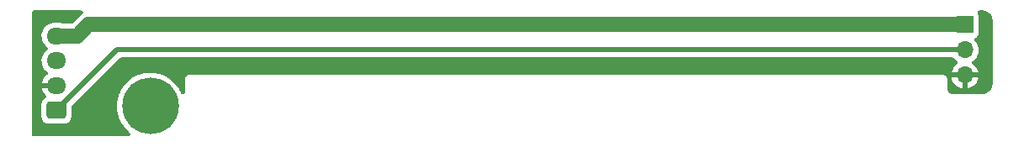
<source format=gbr>
%TF.GenerationSoftware,KiCad,Pcbnew,(6.0.6)*%
%TF.CreationDate,2023-01-13T16:31:05+05:30*%
%TF.ProjectId,ws2812-light,77733238-3132-42d6-9c69-6768742e6b69,rev?*%
%TF.SameCoordinates,Original*%
%TF.FileFunction,Copper,L2,Bot*%
%TF.FilePolarity,Positive*%
%FSLAX46Y46*%
G04 Gerber Fmt 4.6, Leading zero omitted, Abs format (unit mm)*
G04 Created by KiCad (PCBNEW (6.0.6)) date 2023-01-13 16:31:05*
%MOMM*%
%LPD*%
G01*
G04 APERTURE LIST*
G04 Aperture macros list*
%AMRoundRect*
0 Rectangle with rounded corners*
0 $1 Rounding radius*
0 $2 $3 $4 $5 $6 $7 $8 $9 X,Y pos of 4 corners*
0 Add a 4 corners polygon primitive as box body*
4,1,4,$2,$3,$4,$5,$6,$7,$8,$9,$2,$3,0*
0 Add four circle primitives for the rounded corners*
1,1,$1+$1,$2,$3*
1,1,$1+$1,$4,$5*
1,1,$1+$1,$6,$7*
1,1,$1+$1,$8,$9*
0 Add four rect primitives between the rounded corners*
20,1,$1+$1,$2,$3,$4,$5,0*
20,1,$1+$1,$4,$5,$6,$7,0*
20,1,$1+$1,$6,$7,$8,$9,0*
20,1,$1+$1,$8,$9,$2,$3,0*%
G04 Aperture macros list end*
%TA.AperFunction,ComponentPad*%
%ADD10R,1.700000X1.700000*%
%TD*%
%TA.AperFunction,ComponentPad*%
%ADD11O,1.700000X1.700000*%
%TD*%
%TA.AperFunction,ComponentPad*%
%ADD12C,5.700000*%
%TD*%
%TA.AperFunction,ComponentPad*%
%ADD13RoundRect,0.250000X0.725000X-0.600000X0.725000X0.600000X-0.725000X0.600000X-0.725000X-0.600000X0*%
%TD*%
%TA.AperFunction,ComponentPad*%
%ADD14O,1.950000X1.700000*%
%TD*%
%TA.AperFunction,ViaPad*%
%ADD15C,1.300000*%
%TD*%
%TA.AperFunction,ViaPad*%
%ADD16C,1.400000*%
%TD*%
%TA.AperFunction,ViaPad*%
%ADD17C,1.500000*%
%TD*%
%TA.AperFunction,Conductor*%
%ADD18C,1.500000*%
%TD*%
%TA.AperFunction,Conductor*%
%ADD19C,0.500000*%
%TD*%
G04 APERTURE END LIST*
D10*
%TO.P,J2,1,Pin_1*%
%TO.N,+5V*%
X169175000Y-111475000D03*
D11*
%TO.P,J2,2,Pin_2*%
%TO.N,DOUT*%
X169175000Y-114015000D03*
%TO.P,J2,3,Pin_3*%
%TO.N,GND*%
X169175000Y-116555000D03*
%TD*%
D12*
%TO.P,H1,1,1*%
%TO.N,unconnected-(H1-Pad1)*%
X87200000Y-119675000D03*
%TD*%
D13*
%TO.P,J1,1,Pin_1*%
%TO.N,DOUT*%
X77750000Y-120100000D03*
D14*
%TO.P,J1,2,Pin_2*%
%TO.N,GND*%
X77750000Y-117600000D03*
%TO.P,J1,3,Pin_3*%
%TO.N,DIN*%
X77750000Y-115100000D03*
%TO.P,J1,4,Pin_4*%
%TO.N,+5V*%
X77750000Y-112600000D03*
%TD*%
D15*
%TO.N,+5V*%
X110000000Y-111400000D03*
D16*
X101631000Y-111475000D03*
D17*
X160051000Y-111475000D03*
X151415000Y-111475000D03*
X143541000Y-111475000D03*
X135159000Y-111475000D03*
X126777000Y-111475000D03*
X118649000Y-111475000D03*
X93503000Y-111475000D03*
%TD*%
D18*
%TO.N,+5V*%
X118649000Y-111475000D02*
X110013000Y-111475000D01*
X110013000Y-111475000D02*
X101631000Y-111475000D01*
X101631000Y-111475000D02*
X93503000Y-111475000D01*
X160051000Y-111475000D02*
X151415000Y-111475000D01*
X151415000Y-111475000D02*
X143541000Y-111475000D01*
X143541000Y-111475000D02*
X135159000Y-111475000D01*
X135159000Y-111475000D02*
X126777000Y-111475000D01*
X126777000Y-111475000D02*
X118649000Y-111475000D01*
X93503000Y-111475000D02*
X81000300Y-111475000D01*
D19*
%TO.N,DOUT*%
X83835000Y-114015000D02*
X169175000Y-114015000D01*
X77750000Y-120100000D02*
X83835000Y-114015000D01*
D18*
%TO.N,+5V*%
X81000300Y-111475000D02*
X79875300Y-112600000D01*
X169175000Y-111475000D02*
X160051000Y-111475000D01*
X77750000Y-112600000D02*
X79875300Y-112600000D01*
%TD*%
%TA.AperFunction,Conductor*%
%TO.N,GND*%
G36*
X170938125Y-110032671D02*
G01*
X171050835Y-110034224D01*
X171086697Y-110037987D01*
X171227607Y-110065861D01*
X171262208Y-110076037D01*
X171395769Y-110128888D01*
X171427968Y-110145145D01*
X171549792Y-110221235D01*
X171578523Y-110243034D01*
X171684618Y-110339873D01*
X171708940Y-110366499D01*
X171795806Y-110480891D01*
X171814927Y-110511476D01*
X171879714Y-110639664D01*
X171893000Y-110673198D01*
X171933586Y-110810983D01*
X171940600Y-110846366D01*
X171953158Y-110965585D01*
X171954253Y-110986039D01*
X171954255Y-110986973D01*
X171952272Y-111001015D01*
X171954310Y-111015048D01*
X171954310Y-111015049D01*
X171955434Y-111022788D01*
X171957500Y-111051388D01*
X171957500Y-117296884D01*
X171955456Y-117325333D01*
X171952271Y-117347383D01*
X171954264Y-117361419D01*
X171954247Y-117375600D01*
X171953708Y-117375599D01*
X171954346Y-117395289D01*
X171943910Y-117531879D01*
X171938263Y-117566102D01*
X171898215Y-117722435D01*
X171886710Y-117755162D01*
X171820120Y-117902170D01*
X171803108Y-117932400D01*
X171712003Y-118065610D01*
X171690001Y-118092425D01*
X171577150Y-118207791D01*
X171550824Y-118230380D01*
X171419654Y-118324396D01*
X171389806Y-118342070D01*
X171244301Y-118411881D01*
X171211839Y-118424103D01*
X171056424Y-118467587D01*
X171022337Y-118473986D01*
X170886882Y-118487342D01*
X170867116Y-118488302D01*
X170864655Y-118488299D01*
X170850617Y-118486271D01*
X170836581Y-118488264D01*
X170836578Y-118488264D01*
X170827707Y-118489524D01*
X170799732Y-118491500D01*
X168057228Y-118491500D01*
X168025386Y-118488936D01*
X168024415Y-118488779D01*
X168023474Y-118488626D01*
X168023473Y-118488626D01*
X168009482Y-118486358D01*
X167995414Y-118488108D01*
X167981240Y-118487847D01*
X167981260Y-118486776D01*
X167961364Y-118486920D01*
X167914413Y-118481765D01*
X167894956Y-118479629D01*
X167854919Y-118470993D01*
X167770988Y-118443593D01*
X167733569Y-118426942D01*
X167720472Y-118419412D01*
X167657039Y-118382944D01*
X167623817Y-118358982D01*
X167557913Y-118300244D01*
X167530301Y-118269986D01*
X167477821Y-118199000D01*
X167456988Y-118163729D01*
X167448434Y-118145097D01*
X167420154Y-118083498D01*
X167406990Y-118044725D01*
X167391613Y-117977292D01*
X167388249Y-117957281D01*
X167388687Y-117944177D01*
X167386765Y-117936683D01*
X167386500Y-117931827D01*
X167386500Y-117008741D01*
X167386504Y-117007525D01*
X167386800Y-116959102D01*
X167386976Y-116930279D01*
X167380217Y-116906630D01*
X167374566Y-116880155D01*
X167373090Y-116869847D01*
X167373090Y-116869846D01*
X167371080Y-116855813D01*
X167362696Y-116837373D01*
X167360256Y-116830740D01*
X167845009Y-116830740D01*
X167872906Y-116954525D01*
X167877773Y-116970054D01*
X167955637Y-117161812D01*
X167962987Y-117176363D01*
X168071126Y-117352829D01*
X168080734Y-117365958D01*
X168216257Y-117522409D01*
X168227885Y-117533796D01*
X168387134Y-117666007D01*
X168400458Y-117675337D01*
X168579171Y-117779769D01*
X168593840Y-117786797D01*
X168787206Y-117860636D01*
X168802833Y-117865176D01*
X168899028Y-117884747D01*
X168917477Y-117884310D01*
X168920736Y-117869209D01*
X169429000Y-117869209D01*
X169433330Y-117888179D01*
X169434690Y-117888834D01*
X169446404Y-117889402D01*
X169450212Y-117888915D01*
X169466132Y-117885531D01*
X169664385Y-117826052D01*
X169679534Y-117820115D01*
X169865396Y-117729061D01*
X169879392Y-117720718D01*
X170047884Y-117600534D01*
X170060321Y-117590025D01*
X170206931Y-117443925D01*
X170217474Y-117431537D01*
X170338255Y-117263454D01*
X170346643Y-117249492D01*
X170438349Y-117063941D01*
X170444336Y-117048819D01*
X170504506Y-116850776D01*
X170507946Y-116834867D01*
X170508425Y-116831228D01*
X170506608Y-116811858D01*
X170505497Y-116811130D01*
X170493633Y-116809000D01*
X169451423Y-116809000D01*
X169432453Y-116813330D01*
X169429000Y-116820500D01*
X169429000Y-117869209D01*
X168920736Y-117869209D01*
X168921000Y-117867987D01*
X168921000Y-116831423D01*
X168916670Y-116812453D01*
X168909500Y-116809000D01*
X167862533Y-116809000D01*
X167845034Y-116812994D01*
X167845009Y-116830740D01*
X167360256Y-116830740D01*
X167352513Y-116809696D01*
X167350845Y-116803859D01*
X167350844Y-116803857D01*
X167346949Y-116790229D01*
X167333827Y-116769432D01*
X167320970Y-116745604D01*
X167316660Y-116736125D01*
X167310792Y-116723218D01*
X167297575Y-116707879D01*
X167280030Y-116684168D01*
X167276790Y-116679033D01*
X167276788Y-116679031D01*
X167269224Y-116667042D01*
X167258598Y-116657657D01*
X167258596Y-116657655D01*
X167250783Y-116650754D01*
X167231768Y-116631505D01*
X167224969Y-116623615D01*
X167215713Y-116612873D01*
X167198716Y-116601856D01*
X167175228Y-116584027D01*
X167160049Y-116570622D01*
X167147215Y-116564596D01*
X167147210Y-116564593D01*
X167137787Y-116560169D01*
X167114132Y-116547030D01*
X167093485Y-116533648D01*
X167074081Y-116527845D01*
X167046531Y-116517326D01*
X167028200Y-116508719D01*
X167003893Y-116504934D01*
X166977502Y-116498962D01*
X166967515Y-116495975D01*
X166967512Y-116495975D01*
X166953934Y-116491914D01*
X166939762Y-116491827D01*
X166939759Y-116491827D01*
X166922907Y-116491724D01*
X166919043Y-116491701D01*
X166918853Y-116491693D01*
X166917614Y-116491500D01*
X166886741Y-116491500D01*
X166885525Y-116491496D01*
X166808279Y-116491024D01*
X166806790Y-116491450D01*
X166806050Y-116491500D01*
X91194741Y-116491500D01*
X91193525Y-116491496D01*
X91116279Y-116491024D01*
X91102652Y-116494919D01*
X91102650Y-116494919D01*
X91092630Y-116497783D01*
X91066155Y-116503434D01*
X91055847Y-116504910D01*
X91055846Y-116504910D01*
X91041813Y-116506920D01*
X91028909Y-116512787D01*
X91023373Y-116515304D01*
X90995696Y-116525487D01*
X90989859Y-116527155D01*
X90989857Y-116527156D01*
X90976229Y-116531051D01*
X90964241Y-116538615D01*
X90964239Y-116538616D01*
X90955432Y-116544173D01*
X90931605Y-116557029D01*
X90909218Y-116567208D01*
X90898478Y-116576463D01*
X90898477Y-116576463D01*
X90893879Y-116580425D01*
X90870168Y-116597970D01*
X90865033Y-116601210D01*
X90865031Y-116601212D01*
X90853042Y-116608776D01*
X90843657Y-116619402D01*
X90843655Y-116619404D01*
X90836754Y-116627217D01*
X90817505Y-116646232D01*
X90798873Y-116662287D01*
X90788019Y-116679033D01*
X90787859Y-116679280D01*
X90770027Y-116702772D01*
X90756622Y-116717951D01*
X90750596Y-116730785D01*
X90750593Y-116730790D01*
X90746169Y-116740213D01*
X90733030Y-116763868D01*
X90719648Y-116784515D01*
X90715586Y-116798098D01*
X90713846Y-116803917D01*
X90703326Y-116831469D01*
X90694719Y-116849800D01*
X90690934Y-116874107D01*
X90684962Y-116900498D01*
X90677914Y-116924066D01*
X90677827Y-116938238D01*
X90677827Y-116938241D01*
X90677701Y-116958954D01*
X90677693Y-116959147D01*
X90677500Y-116960386D01*
X90677500Y-116991259D01*
X90677496Y-116992474D01*
X90677024Y-117069721D01*
X90677450Y-117071210D01*
X90677500Y-117071950D01*
X90677500Y-118292026D01*
X90657793Y-118378369D01*
X90602574Y-118447610D01*
X90522782Y-118486037D01*
X90434218Y-118486037D01*
X90354426Y-118447610D01*
X90299207Y-118378369D01*
X90293603Y-118365606D01*
X90255240Y-118269204D01*
X90255240Y-118269203D01*
X90253249Y-118264201D01*
X90245100Y-118248809D01*
X90139612Y-118049579D01*
X90083025Y-117942704D01*
X90078251Y-117935652D01*
X89882090Y-117645924D01*
X89882089Y-117645923D01*
X89879075Y-117641471D01*
X89643785Y-117364027D01*
X89639881Y-117360322D01*
X89639876Y-117360317D01*
X89383813Y-117117323D01*
X89379908Y-117113617D01*
X89090530Y-116893170D01*
X88988171Y-116831423D01*
X88783650Y-116708048D01*
X88783645Y-116708045D01*
X88779036Y-116705265D01*
X88449071Y-116552100D01*
X88443969Y-116550373D01*
X88109594Y-116437193D01*
X88109590Y-116437192D01*
X88104494Y-116435467D01*
X88099242Y-116434303D01*
X88099236Y-116434301D01*
X87969392Y-116405516D01*
X87749336Y-116356731D01*
X87574048Y-116337379D01*
X87393097Y-116317401D01*
X87393095Y-116317401D01*
X87387752Y-116316811D01*
X87209060Y-116316499D01*
X87029353Y-116316185D01*
X87029346Y-116316185D01*
X87023972Y-116316176D01*
X87018623Y-116316748D01*
X87018616Y-116316748D01*
X86667601Y-116354261D01*
X86667598Y-116354261D01*
X86662250Y-116354833D01*
X86656997Y-116355978D01*
X86656993Y-116355979D01*
X86312089Y-116431181D01*
X86312086Y-116431182D01*
X86306820Y-116432330D01*
X86301710Y-116434040D01*
X86301702Y-116434042D01*
X86060507Y-116514745D01*
X85961838Y-116547759D01*
X85956947Y-116550009D01*
X85956941Y-116550011D01*
X85796915Y-116623615D01*
X85631340Y-116699771D01*
X85319192Y-116886588D01*
X85314904Y-116889831D01*
X85314898Y-116889835D01*
X85033336Y-117102778D01*
X85033330Y-117102783D01*
X85029046Y-117106023D01*
X84764296Y-117355511D01*
X84760796Y-117359609D01*
X84760795Y-117359610D01*
X84598840Y-117549236D01*
X84528040Y-117632132D01*
X84525015Y-117636566D01*
X84525010Y-117636573D01*
X84333015Y-117918028D01*
X84323040Y-117932651D01*
X84320503Y-117937402D01*
X84320502Y-117937404D01*
X84311934Y-117953451D01*
X84151694Y-118253552D01*
X84149691Y-118258535D01*
X84149689Y-118258539D01*
X84085165Y-118419050D01*
X84016009Y-118591081D01*
X84014554Y-118596256D01*
X84014553Y-118596260D01*
X83976706Y-118730906D01*
X83917569Y-118941290D01*
X83916683Y-118946587D01*
X83916681Y-118946594D01*
X83903277Y-119026697D01*
X83857528Y-119300082D01*
X83857218Y-119305459D01*
X83845210Y-119513719D01*
X83836587Y-119663259D01*
X83854992Y-120026574D01*
X83912527Y-120385777D01*
X83913949Y-120390975D01*
X84003416Y-120718009D01*
X84008519Y-120736664D01*
X84010494Y-120741677D01*
X84010494Y-120741678D01*
X84125083Y-121032579D01*
X84141845Y-121075133D01*
X84144344Y-121079893D01*
X84144345Y-121079895D01*
X84308265Y-121392115D01*
X84310946Y-121397222D01*
X84344749Y-121447526D01*
X84510836Y-121694691D01*
X84510842Y-121694698D01*
X84513843Y-121699165D01*
X84517313Y-121703286D01*
X84517317Y-121703291D01*
X84744699Y-121973315D01*
X84744704Y-121973320D01*
X84748163Y-121977428D01*
X84752043Y-121981136D01*
X84752046Y-121981139D01*
X84834768Y-122060190D01*
X85011165Y-122228758D01*
X85015440Y-122232038D01*
X85149130Y-122334623D01*
X85205633Y-122402820D01*
X85226951Y-122488780D01*
X85208862Y-122575476D01*
X85154948Y-122645738D01*
X85075887Y-122685649D01*
X85027986Y-122691500D01*
X75542220Y-122691500D01*
X75518746Y-122690111D01*
X75487666Y-122686419D01*
X75483467Y-122687124D01*
X75402871Y-122670754D01*
X75332323Y-122617215D01*
X75291991Y-122538369D01*
X75288153Y-122492227D01*
X75286985Y-122492297D01*
X75283856Y-122440046D01*
X75283500Y-122428150D01*
X75283500Y-110232500D01*
X75303207Y-110146157D01*
X75358426Y-110076916D01*
X75438218Y-110038489D01*
X75482500Y-110033500D01*
X80231595Y-110033500D01*
X80317938Y-110053207D01*
X80387179Y-110108426D01*
X80425606Y-110188218D01*
X80425606Y-110276782D01*
X80387179Y-110356574D01*
X80347720Y-110394105D01*
X80290657Y-110435109D01*
X80283787Y-110439830D01*
X80221523Y-110480729D01*
X80221519Y-110480732D01*
X80215425Y-110484735D01*
X80206122Y-110493024D01*
X80197500Y-110500706D01*
X80182657Y-110512597D01*
X80181843Y-110513299D01*
X80174646Y-110518471D01*
X80123251Y-110571506D01*
X80100675Y-110594803D01*
X80098482Y-110597030D01*
X79412298Y-111283214D01*
X79337310Y-111330333D01*
X79271584Y-111341500D01*
X78424513Y-111341500D01*
X78356614Y-111329558D01*
X78238099Y-111286539D01*
X78238096Y-111286538D01*
X78230175Y-111283663D01*
X78089351Y-111258198D01*
X78009768Y-111243807D01*
X78009766Y-111243807D01*
X78003308Y-111242639D01*
X77985835Y-111241815D01*
X77981512Y-111241611D01*
X77981507Y-111241611D01*
X77979156Y-111241500D01*
X77567110Y-111241500D01*
X77395280Y-111256080D01*
X77387119Y-111258198D01*
X77387120Y-111258198D01*
X77180279Y-111311883D01*
X77180275Y-111311885D01*
X77172128Y-111313999D01*
X77164457Y-111317455D01*
X77164450Y-111317457D01*
X76969610Y-111405226D01*
X76961925Y-111408688D01*
X76954932Y-111413396D01*
X76777673Y-111532733D01*
X76777668Y-111532737D01*
X76770681Y-111537441D01*
X76603865Y-111696576D01*
X76466246Y-111881542D01*
X76361760Y-112087051D01*
X76293393Y-112307227D01*
X76263102Y-112535774D01*
X76271751Y-112766158D01*
X76319093Y-112991791D01*
X76403776Y-113206221D01*
X76408148Y-113213425D01*
X76408150Y-113213430D01*
X76478806Y-113329867D01*
X76523377Y-113403317D01*
X76528908Y-113409691D01*
X76666462Y-113568208D01*
X76674477Y-113577445D01*
X76684191Y-113585410D01*
X76819088Y-113696019D01*
X76873361Y-113766005D01*
X76891893Y-113852607D01*
X76871014Y-113938674D01*
X76814860Y-114007159D01*
X76804044Y-114014980D01*
X76777675Y-114032732D01*
X76777672Y-114032734D01*
X76770681Y-114037441D01*
X76603865Y-114196576D01*
X76466246Y-114381542D01*
X76361760Y-114587051D01*
X76359260Y-114595103D01*
X76303866Y-114773500D01*
X76293393Y-114807227D01*
X76263102Y-115035774D01*
X76271751Y-115266158D01*
X76319093Y-115491791D01*
X76361435Y-115599006D01*
X76369910Y-115620466D01*
X76403776Y-115706221D01*
X76408148Y-115713425D01*
X76408150Y-115713430D01*
X76471883Y-115818458D01*
X76523377Y-115903317D01*
X76674477Y-116077445D01*
X76815569Y-116193133D01*
X76819491Y-116196349D01*
X76873763Y-116266334D01*
X76892296Y-116352937D01*
X76871417Y-116439004D01*
X76815263Y-116507489D01*
X76804451Y-116515308D01*
X76777981Y-116533129D01*
X76764901Y-116543645D01*
X76610341Y-116691090D01*
X76599207Y-116703675D01*
X76471701Y-116875050D01*
X76462857Y-116889313D01*
X76366041Y-117079734D01*
X76359728Y-117095282D01*
X76296382Y-117299289D01*
X76292777Y-117315684D01*
X76291705Y-117323774D01*
X76293504Y-117343146D01*
X76294575Y-117343849D01*
X76306527Y-117346000D01*
X77805000Y-117346000D01*
X77891343Y-117365707D01*
X77960584Y-117420926D01*
X77999011Y-117500718D01*
X78004000Y-117545000D01*
X78004000Y-117655000D01*
X77984293Y-117741343D01*
X77929074Y-117810584D01*
X77849282Y-117849011D01*
X77805000Y-117854000D01*
X76313116Y-117854000D01*
X76295265Y-117858074D01*
X76295115Y-117875076D01*
X76317843Y-117983399D01*
X76322670Y-117999487D01*
X76401127Y-118198153D01*
X76408600Y-118213208D01*
X76519407Y-118395811D01*
X76529314Y-118409397D01*
X76661366Y-118561574D01*
X76703071Y-118639703D01*
X76706746Y-118728190D01*
X76671665Y-118809509D01*
X76615782Y-118861218D01*
X76550652Y-118901522D01*
X76542488Y-118909700D01*
X76542487Y-118909701D01*
X76516118Y-118936116D01*
X76425695Y-119026697D01*
X76332885Y-119177262D01*
X76329247Y-119188232D01*
X76329245Y-119188235D01*
X76290364Y-119305459D01*
X76277203Y-119345139D01*
X76266500Y-119449600D01*
X76266500Y-120750400D01*
X76277474Y-120856166D01*
X76333450Y-121023946D01*
X76426522Y-121174348D01*
X76551697Y-121299305D01*
X76702262Y-121392115D01*
X76713232Y-121395753D01*
X76713235Y-121395755D01*
X76859830Y-121444378D01*
X76859833Y-121444379D01*
X76870139Y-121447797D01*
X76880939Y-121448904D01*
X76880941Y-121448904D01*
X76969550Y-121457983D01*
X76969558Y-121457983D01*
X76974600Y-121458500D01*
X78525400Y-121458500D01*
X78578133Y-121453029D01*
X78620336Y-121448650D01*
X78620339Y-121448649D01*
X78631166Y-121447526D01*
X78700962Y-121424240D01*
X78787977Y-121395210D01*
X78787980Y-121395208D01*
X78798946Y-121391550D01*
X78949348Y-121298478D01*
X79074305Y-121173303D01*
X79160311Y-121033777D01*
X79161049Y-121032579D01*
X79161049Y-121032578D01*
X79167115Y-121022738D01*
X79222797Y-120854861D01*
X79233500Y-120750400D01*
X79233500Y-119771609D01*
X79253207Y-119685266D01*
X79291786Y-119630895D01*
X84090895Y-114831786D01*
X84165883Y-114784667D01*
X84231609Y-114773500D01*
X167943731Y-114773500D01*
X168030074Y-114793207D01*
X168094145Y-114842206D01*
X168215901Y-114982764D01*
X168215907Y-114982770D01*
X168221250Y-114988938D01*
X168227528Y-114994150D01*
X168393126Y-115131632D01*
X168391885Y-115133127D01*
X168443457Y-115190110D01*
X168468509Y-115275056D01*
X168454223Y-115362460D01*
X168403429Y-115435009D01*
X168389380Y-115446600D01*
X168276827Y-115531108D01*
X168264657Y-115541913D01*
X168121658Y-115691553D01*
X168111418Y-115704199D01*
X167994782Y-115875180D01*
X167986741Y-115889335D01*
X167899597Y-116077071D01*
X167893976Y-116092350D01*
X167839793Y-116287726D01*
X167841012Y-116298028D01*
X167843207Y-116299390D01*
X167852843Y-116301000D01*
X170489036Y-116301000D01*
X170505936Y-116297143D01*
X170505730Y-116278193D01*
X170466946Y-116123788D01*
X170461697Y-116108371D01*
X170379170Y-115918570D01*
X170371473Y-115904215D01*
X170259051Y-115730436D01*
X170249123Y-115717545D01*
X170109823Y-115564457D01*
X170097917Y-115553354D01*
X169954700Y-115440249D01*
X169899154Y-115371270D01*
X169879037Y-115285021D01*
X169898335Y-115198586D01*
X169953224Y-115129084D01*
X169962443Y-115122093D01*
X170054860Y-115056173D01*
X170213096Y-114898489D01*
X170343453Y-114717077D01*
X170442430Y-114516811D01*
X170507370Y-114303069D01*
X170536529Y-114081590D01*
X170538156Y-114015000D01*
X170525522Y-113861323D01*
X170520521Y-113800497D01*
X170520521Y-113800496D01*
X170519852Y-113792361D01*
X170508541Y-113747328D01*
X170481555Y-113639893D01*
X170465431Y-113575702D01*
X170462175Y-113568213D01*
X170462173Y-113568208D01*
X170379612Y-113378333D01*
X170376354Y-113370840D01*
X170255014Y-113183277D01*
X170237377Y-113163894D01*
X170180293Y-113101159D01*
X170136759Y-113024034D01*
X170131001Y-112935658D01*
X170164157Y-112853535D01*
X170229661Y-112793931D01*
X170257630Y-112780892D01*
X170258428Y-112780593D01*
X170258432Y-112780591D01*
X170271705Y-112775615D01*
X170388261Y-112688261D01*
X170475615Y-112571705D01*
X170526745Y-112435316D01*
X170533500Y-112373134D01*
X170533500Y-110576866D01*
X170526745Y-110514684D01*
X170475615Y-110378295D01*
X170455791Y-110351844D01*
X170419780Y-110270933D01*
X170422440Y-110182410D01*
X170463246Y-110103807D01*
X170534116Y-110050694D01*
X170615033Y-110033500D01*
X170822043Y-110033500D01*
X170837450Y-110034097D01*
X170883243Y-110037653D01*
X170897119Y-110034739D01*
X170911264Y-110033822D01*
X170911306Y-110034475D01*
X170930940Y-110032572D01*
X170938125Y-110032671D01*
G37*
%TD.AperFunction*%
%TD*%
M02*

</source>
